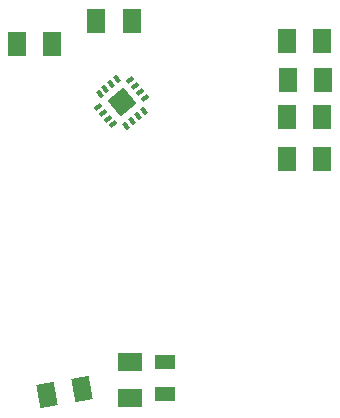
<source format=gbr>
G04 Layer_Color=128*
%FSLAX44Y44*%
%MOMM*%
%TF.FileFunction,Paste,Bot*%
%TF.Part,Single*%
G01*
G75*
%TA.AperFunction,SMDPad*%
%ADD12R,1.5000X2.0000*%
%TA.AperFunction,SMDPad*%
%ADD14R,2.0000X1.5000*%
%TA.AperFunction,SMDPad*%
G04:AMPARAMS|DCode=31|XSize=1.5mm|YSize=2mm|CornerRadius=0mm|HoleSize=0mm|Usage=FLASHONLY|Rotation=10.000|XOffset=0mm|YOffset=0mm|HoleType=Round|Shape=Rectangle|*
%AMROTATEDRECTD31*
4,1,4,-0.5650,-1.1150,-0.9123,0.8546,0.5650,1.1150,0.9123,-0.8546,-0.5650,-1.1150,0.0*
%
%ADD31ROTATEDRECTD31*%

%TA.AperFunction,SMDPad*%
%ADD32R,1.7500X1.2500*%
%TA.AperFunction,SMDPad*%
G04:AMPARAMS|DCode=33|XSize=0.37mm|YSize=0.65mm|CornerRadius=0mm|HoleSize=0mm|Usage=FLASHONLY|Rotation=130.000|XOffset=0mm|YOffset=0mm|HoleType=Round|Shape=Rectangle|*
%AMROTATEDRECTD33*
4,1,4,0.3679,0.0672,-0.1301,-0.3506,-0.3679,-0.0672,0.1301,0.3506,0.3679,0.0672,0.0*
%
%ADD33ROTATEDRECTD33*%

%TA.AperFunction,SMDPad*%
G04:AMPARAMS|DCode=34|XSize=0.37mm|YSize=0.65mm|CornerRadius=0mm|HoleSize=0mm|Usage=FLASHONLY|Rotation=220.000|XOffset=0mm|YOffset=0mm|HoleType=Round|Shape=Rectangle|*
%AMROTATEDRECTD34*
4,1,4,-0.0672,0.3679,0.3506,-0.1301,0.0672,-0.3679,-0.3506,0.1301,-0.0672,0.3679,0.0*
%
%ADD34ROTATEDRECTD34*%

%TA.AperFunction,SMDPad*%
%ADD35P,2.4749X4X265.0*%
G36*
X342612Y274012D02*
X338780Y270797D01*
X335565Y274628D01*
X339397Y277844D01*
X342612Y274012D01*
D02*
G37*
D12*
X317740Y342900D02*
D03*
X347740D02*
D03*
X280431Y323849D02*
D03*
X250431D02*
D03*
X479030Y226060D02*
D03*
X509030D02*
D03*
X479060Y261620D02*
D03*
X509060D02*
D03*
X479630Y293340D02*
D03*
X509630D02*
D03*
X479030Y326390D02*
D03*
X509030D02*
D03*
D14*
X346240Y24370D02*
D03*
Y54370D02*
D03*
D31*
X275588Y26606D02*
D03*
X305132Y31814D02*
D03*
D32*
X375810Y27328D02*
D03*
Y54828D02*
D03*
D33*
X331952Y255602D02*
D03*
X327774Y260582D02*
D03*
X323595Y265561D02*
D03*
X319418Y270540D02*
D03*
X346228Y293038D02*
D03*
X350407Y288059D02*
D03*
X354585Y283079D02*
D03*
X358763Y278099D02*
D03*
D34*
X320372Y281458D02*
D03*
X325351Y285637D02*
D03*
X330331Y289815D02*
D03*
X335310Y293993D02*
D03*
X357808Y267182D02*
D03*
X352829Y263003D02*
D03*
X347849Y258825D02*
D03*
X342870Y254647D02*
D03*
D35*
X339090Y274320D02*
D03*
%TF.MD5,DEEFAE15089C0F1E8254DAB4459DC97E*%
M02*

</source>
